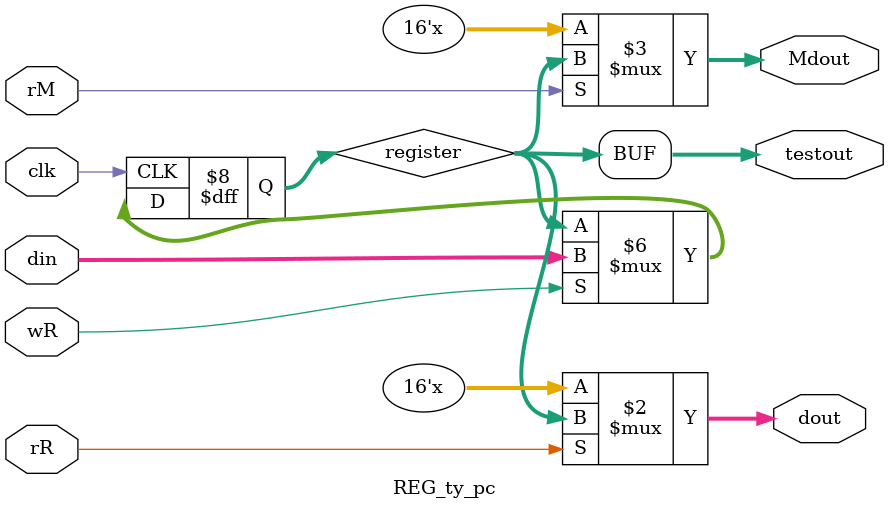
<source format=v>
`timescale 1ns / 1ps
module REG_ty_pc(clk,rR,wR,rM,din,dout,Mdout,testout);//testout
	parameter width = 16;
	input clk,rR,wR,rM;
	input [width-1:0] din;
	output [width-1:0] dout,Mdout;
	output [15:0] testout; //test
	reg[width-1:0] register;
	
	initial begin
		register = 16'b0;
	end
	
	always@(posedge clk) begin
		if(wR)begin
			register = din;
		end
	end
	
	assign testout = register;
	assign dout = (rR)? register:16'bz; //tri state WARNING
	assign Mdout = (rM)? register:16'bz;


endmodule 

</source>
